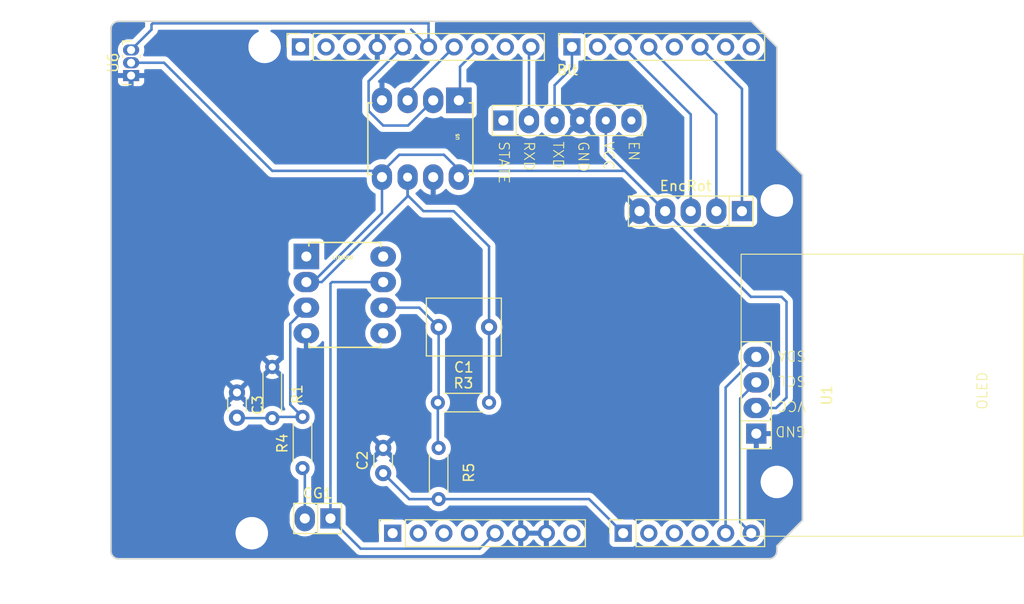
<source format=kicad_pcb>
(kicad_pcb (version 20241229) (generator "pcbnew") (generator_version "9.0")
  (title_block (date "mar. 31 mars 2015"))
  (layers (0 "F.Cu" signal) (2 "B.Cu" signal) (13 "F.Paste" user) (15 "B.Paste" user) (5 "F.SilkS" user "F.Silkscreen") (7 "B.SilkS" user "B.Silkscreen") (1 "F.Mask" user) (3 "B.Mask" user) (25 "Edge.Cuts" user))
  (net 0 "")
  (net 1 "GND")
  (net 3 "+5V")
  (net 4 "/IOREF")
  (net 5 "Sortie Capteur")
  (net 6 "/A1")
  (net 7 "/A2")
  (net 8 "/A3")
  (net 9 "/AREF")
  (net 10 "/*9")
  (net 11 "/*6")
  (net 12 "/TX{slash}1")
  (net 13 "/*3")
  (net 14 "/RX{slash}0")
  (net 15 "+3V3")
  (net 16 "VCC")
  (net 17 "/~{RESET}")
  (net 18 "TXD")
  (net 19 "SCL")
  (net 20 "RXD")
  (net 21 "SDA")
  (net 24 "CLK")
  (net 25 "DT")
  (net 26 "SW")
  (net 27 "ADC")
  (net 28 "SDI")
  (net 29 "SCK")
  (net 30 "SS")
  (net 31 "/A5")
  (net 32 "/A4")
  (net 33 "Net-(LTC1050--IN)")
  (net 34 "Net-(LTC1050-OUT)")
  (net 35 "Net-(LTC1050-+IN)")
  (net 36 "PWR")
  (footprint "Connector_PinSocket_2.54mm:PinSocket_1x08_P2.54mm_Vertical" (layer "F.Cu") (at 127.94 97.46 90)
    (property "Reference" "J1" (hide yes))
    (property "Value" "Power")
    (fp_line (start 1.33 -1.33) (end 1.33 0) (stroke (width 0.12)) (layer "F.SilkS"))
    (fp_line (start 0 -1.33) (end 1.33 -1.33) (stroke (width 0.12)) (layer "F.SilkS"))
    (fp_line (start 1.33 1.27) (end 1.33 19.11) (stroke (width 0.12)) (layer "F.SilkS"))
    (fp_line (start -1.33 1.27) (end 1.33 1.27) (stroke (width 0.12)) (layer "F.SilkS"))
    (fp_line (start -1.33 1.27) (end -1.33 19.11) (stroke (width 0.12)) (layer "F.SilkS"))
    (fp_line (start -1.33 19.11) (end 1.33 19.11) (stroke (width 0.12)) (layer "F.SilkS"))
    (pad "1" thru_hole rect (at 0 0 90) (size 1.7 1.7) (drill 1) (layers "*.Cu" "*.Mask"))
    (pad "2" thru_hole oval (at 0 2.54 90) (size 1.7 1.7) (drill 1) (layers "*.Cu" "*.Mask") (net 4 "/IOREF"))
    (pad "3" thru_hole oval (at 0 5.08 90) (size 1.7 1.7) (drill 1) (layers "*.Cu" "*.Mask") (net 17 "/~{RESET}"))
    (pad "4" thru_hole oval (at 0 7.62 90) (size 1.7 1.7) (drill 1) (layers "*.Cu" "*.Mask") (net 15 "+3V3"))
    (pad "5" thru_hole oval (at 0 10.16 90) (size 1.7 1.7) (drill 1) (layers "*.Cu" "*.Mask") (net 3 "+5V"))
    (pad "6" thru_hole oval (at 0 12.7 90) (size 1.7 1.7) (drill 1) (layers "*.Cu" "*.Mask") (net 1 "GND"))
    (pad "7" thru_hole oval (at 0 15.24 90) (size 1.7 1.7) (drill 1) (layers "*.Cu" "*.Mask") (net 1 "GND"))
    (pad "8" thru_hole oval (at 0 17.78 90) (size 1.7 1.7) (drill 1) (layers "*.Cu" "*.Mask") (net 16 "VCC"))
  )
  (footprint "Connector_PinSocket_2.54mm:PinSocket_1x06_P2.54mm_Vertical" (layer "F.Cu") (at 150.8 97.46 90)
    (property "Reference" "J3" (hide yes))
    (property "Value" "Analog")
    (fp_line (start 1.33 -1.33) (end 1.33 0) (stroke (width 0.12)) (layer "F.SilkS"))
    (fp_line (start 0 -1.33) (end 1.33 -1.33) (stroke (width 0.12)) (layer "F.SilkS"))
    (fp_line (start 1.33 1.27) (end 1.33 14.03) (stroke (width 0.12)) (layer "F.SilkS"))
    (fp_line (start -1.33 1.27) (end 1.33 1.27) (stroke (width 0.12)) (layer "F.SilkS"))
    (fp_line (start -1.33 1.27) (end -1.33 14.03) (stroke (width 0.12)) (layer "F.SilkS"))
    (fp_line (start -1.33 14.03) (end 1.33 14.03) (stroke (width 0.12)) (layer "F.SilkS"))
    (pad "1" thru_hole rect (at 0 0 90) (size 1.7 1.7) (drill 1) (layers "*.Cu" "*.Mask") (net 27 "ADC"))
    (pad "2" thru_hole oval (at 0 2.54 90) (size 1.7 1.7) (drill 1) (layers "*.Cu" "*.Mask") (net 6 "/A1"))
    (pad "3" thru_hole oval (at 0 5.08 90) (size 1.7 1.7) (drill 1) (layers "*.Cu" "*.Mask") (net 7 "/A2"))
    (pad "4" thru_hole oval (at 0 7.62 90) (size 1.7 1.7) (drill 1) (layers "*.Cu" "*.Mask") (net 8 "/A3"))
    (pad "5" thru_hole oval (at 0 10.16 90) (size 1.7 1.7) (drill 1) (layers "*.Cu" "*.Mask") (net 21 "SDA"))
    (pad "6" thru_hole oval (at 0 12.7 90) (size 1.7 1.7) (drill 1) (layers "*.Cu" "*.Mask") (net 19 "SCL"))
  )
  (footprint "Connector_PinSocket_2.54mm:PinSocket_1x10_P2.54mm_Vertical" (layer "F.Cu") (at 118.796 49.2 90)
    (property "Reference" "J2" (hide yes))
    (property "Value" "Digital/PWM")
    (fp_line (start 1.33 -1.33) (end 1.33 0) (stroke (width 0.12)) (layer "F.SilkS"))
    (fp_line (start 0 -1.33) (end 1.33 -1.33) (stroke (width 0.12)) (layer "F.SilkS"))
    (fp_line (start 1.33 1.27) (end 1.33 24.19) (stroke (width 0.12)) (layer "F.SilkS"))
    (fp_line (start -1.33 1.27) (end 1.33 1.27) (stroke (width 0.12)) (layer "F.SilkS"))
    (fp_line (start -1.33 1.27) (end -1.33 24.19) (stroke (width 0.12)) (layer "F.SilkS"))
    (fp_line (start -1.33 24.19) (end 1.33 24.19) (stroke (width 0.12)) (layer "F.SilkS"))
    (pad "1" thru_hole rect (at 0 0 90) (size 1.7 1.7) (drill 1) (layers "*.Cu" "*.Mask") (net 31 "/A5"))
    (pad "2" thru_hole oval (at 0 2.54 90) (size 1.7 1.7) (drill 1) (layers "*.Cu" "*.Mask") (net 32 "/A4"))
    (pad "3" thru_hole oval (at 0 5.08 90) (size 1.7 1.7) (drill 1) (layers "*.Cu" "*.Mask") (net 9 "/AREF"))
    (pad "4" thru_hole oval (at 0 7.62 90) (size 1.7 1.7) (drill 1) (layers "*.Cu" "*.Mask") (net 1 "GND"))
    (pad "5" thru_hole oval (at 0 10.16 90) (size 1.7 1.7) (drill 1) (layers "*.Cu" "*.Mask") (net 29 "SCK"))
    (pad "6" thru_hole oval (at 0 12.7 90) (size 1.7 1.7) (drill 1) (layers "*.Cu" "*.Mask") (net 36 "PWR"))
    (pad "7" thru_hole oval (at 0 15.24 90) (size 1.7 1.7) (drill 1) (layers "*.Cu" "*.Mask") (net 28 "SDI"))
    (pad "8" thru_hole oval (at 0 17.78 90) (size 1.7 1.7) (drill 1) (layers "*.Cu" "*.Mask") (net 30 "SS"))
    (pad "9" thru_hole oval (at 0 20.32 90) (size 1.7 1.7) (drill 1) (layers "*.Cu" "*.Mask") (net 10 "/*9"))
    (pad "10" thru_hole oval (at 0 22.86 90) (size 1.7 1.7) (drill 1) (layers "*.Cu" "*.Mask") (net 20 "RXD"))
  )
  (footprint "Connector_PinSocket_2.54mm:PinSocket_1x08_P2.54mm_Vertical" (layer "F.Cu") (at 145.72 49.2 90)
    (property "Reference" "J4" (hide yes))
    (property "Value" "Digital/PWM")
    (fp_line (start 1.33 -1.33) (end 1.33 0) (stroke (width 0.12)) (layer "F.SilkS"))
    (fp_line (start 0 -1.33) (end 1.33 -1.33) (stroke (width 0.12)) (layer "F.SilkS"))
    (fp_line (start 1.33 1.27) (end 1.33 19.11) (stroke (width 0.12)) (layer "F.SilkS"))
    (fp_line (start -1.33 1.27) (end 1.33 1.27) (stroke (width 0.12)) (layer "F.SilkS"))
    (fp_line (start -1.33 1.27) (end -1.33 19.11) (stroke (width 0.12)) (layer "F.SilkS"))
    (fp_line (start -1.33 19.11) (end 1.33 19.11) (stroke (width 0.12)) (layer "F.SilkS"))
    (pad "1" thru_hole rect (at 0 0 90) (size 1.7 1.7) (drill 1) (layers "*.Cu" "*.Mask") (net 18 "TXD"))
    (pad "2" thru_hole oval (at 0 2.54 90) (size 1.7 1.7) (drill 1) (layers "*.Cu" "*.Mask") (net 11 "/*6"))
    (pad "3" thru_hole oval (at 0 5.08 90) (size 1.7 1.7) (drill 1) (layers "*.Cu" "*.Mask") (net 26 "SW"))
    (pad "4" thru_hole oval (at 0 7.62 90) (size 1.7 1.7) (drill 1) (layers "*.Cu" "*.Mask") (net 25 "DT"))
    (pad "5" thru_hole oval (at 0 10.16 90) (size 1.7 1.7) (drill 1) (layers "*.Cu" "*.Mask") (net 13 "/*3"))
    (pad "6" thru_hole oval (at 0 12.7 90) (size 1.7 1.7) (drill 1) (layers "*.Cu" "*.Mask") (net 24 "CLK"))
    (pad "7" thru_hole oval (at 0 15.24 90) (size 1.7 1.7) (drill 1) (layers "*.Cu" "*.Mask") (net 12 "/TX{slash}1"))
    (pad "8" thru_hole oval (at 0 17.78 90) (size 1.7 1.7) (drill 1) (layers "*.Cu" "*.Mask") (net 14 "/RX{slash}0"))
  )
  (footprint "My_footprints_Librairy:MCP4110" (layer "F.Cu") (at 126.88 62.12 -90)
    (property "Reference" "U5" (at -4 -7.5 90) (layer "F.SilkS") (effects (font (size 0.314961 0.314961) (thickness 0.07874))))
    (property "Value" "MCP41100")
    (fp_line (start -7.366 1.397) (end -0.254 1.397) (stroke (width 0.1524)) (layer "F.SilkS"))
    (fp_line (start -0.254 1.397) (end -0.254 0.9906) (stroke (width 0.1524)) (layer "F.SilkS"))
    (fp_line (start -7.366 0.9906) (end -7.366 1.397) (stroke (width 0.1524)) (layer "F.SilkS"))
    (fp_line (start -0.254 -8.6106) (end -0.254 -9.017) (stroke (width 0.1524)) (layer "F.SilkS"))
    (fp_line (start -7.366 -9.017) (end -7.366 -8.6614) (stroke (width 0.1524)) (layer "F.SilkS"))
    (fp_line (start -0.254 -9.017) (end -7.366 -9.017) (stroke (width 0.1524)) (layer "F.SilkS"))
    (pad "1" thru_hole rect (at -7.62 -7.62 270) (size 2.54 2.54) (drill 1) (layers "*.Cu" "*.Mask") (net 30 "SS"))
    (pad "2" thru_hole oval (at -7.62 -5.08 270) (size 2.54 2) (drill 1) (layers "*.Cu" "*.Mask") (net 29 "SCK"))
    (pad "3" thru_hole oval (at -7.62 -2.54 270) (size 2.54 2) (drill 1) (layers "*.Cu" "*.Mask") (net 28 "SDI"))
    (pad "4" thru_hole oval (at -7.62 0 270) (size 2.54 2) (drill 1) (layers "*.Cu" "*.Mask") (net 1 "GND"))
    (pad "5" thru_hole oval (at 0 0 270) (size 2.54 2) (drill 1) (layers "*.Cu" "*.Mask") (net 33 "Net-(LTC1050--IN)"))
    (pad "6" thru_hole oval (at 0 -2.54 270) (size 2.54 2) (drill 0.889) (layers "*.Cu" "*.Mask") (net 33 "Net-(LTC1050--IN)"))
    (pad "7" thru_hole oval (at 0 -5.08 270) (size 2.54 2) (drill 1) (layers "*.Cu" "*.Mask") (net 1 "GND"))
    (pad "8" thru_hole oval (at 0 -7.62 270) (size 2.54 2) (drill 1) (layers "*.Cu" "*.Mask") (net 3 "+5V"))
  )
  (footprint "emprente:ENCODEUR ROTATION" (layer "F.Cu") (at 157.5 65.5 180)
    (property "Reference" "EncRot" (at 0.5 2.5 0) (layer "F.SilkS"))
    (property "Value" "~")
    (fp_line (start 6.18 1.5) (end -6.18 1.5) (stroke (width 0.12)) (layer "F.SilkS"))
    (fp_line (start 6.18 -1.5) (end 6.18 1.5) (stroke (width 0.12)) (layer "F.SilkS"))
    (fp_line (start -3.81 -1.5) (end -3.81 1.5) (stroke (width 0.12)) (layer "F.SilkS"))
    (fp_line (start -6.18 1.5) (end -6.18 -1.5) (stroke (width 0.12)) (layer "F.SilkS"))
    (fp_line (start -6.18 -1.5) (end 6.18 -1.5) (stroke (width 0.12)) (layer "F.SilkS"))
    (pad "1" thru_hole rect (at -5.08 0 180) (size 2 2) (drill 1) (layers "*.Cu" "*.Mask") (net 24 "CLK"))
    (pad "2" thru_hole oval (at -2.54 0 180) (size 2 2.54) (drill 1) (layers "*.Cu" "*.Mask") (net 25 "DT"))
    (pad "3" thru_hole oval (at 0 0 180) (size 2 2.54) (drill 1) (layers "*.Cu" "*.Mask") (net 26 "SW"))
    (pad "4" thru_hole oval (at 2.54 0 180) (size 2 2.54) (drill 1) (layers "*.Cu" "*.Mask") (net 3 "+5V"))
    (pad "5" thru_hole oval (at 5.08 0 180) (size 2 2.54) (drill 1) (layers "*.Cu" "*.Mask") (net 1 "GND"))
  )
  (footprint "My_footprints_Librairy:SIP-2" (layer "F.Cu") (at 120.5 96 180)
    (property "Reference" "CG1" (at 0 2.5 0) (layer "F.SilkS"))
    (property "Value" "~")
    (fp_line (start 2.37 1.5) (end -2.37 1.5) (stroke (width 0.12)) (layer "F.SilkS"))
    (fp_line (start 2.37 -1.5) (end 2.37 1.5) (stroke (width 0.12)) (layer "F.SilkS"))
    (fp_line (start 0 -1.5) (end 0 1.5) (stroke (width 0.12)) (layer "F.SilkS"))
    (fp_line (start -2.37 1.5) (end -2.37 -1.5) (stroke (width 0.12)) (layer "F.SilkS"))
    (fp_line (start -2.37 -1.5) (end 2.37 -1.5) (stroke (width 0.12)) (layer "F.SilkS"))
    (pad "1" thru_hole rect (at -1.27 0 180) (size 2 2) (drill 1) (layers "*.Cu" "*.Mask") (net 3 "+5V"))
    (pad "2" thru_hole oval (at 1.27 0 180) (size 2 2.54) (drill 1) (layers "*.Cu" "*.Mask") (net 5 "Sortie Capteur"))
  )
  (footprint "Capacitor_THT:C_Rect_L7.2mm_W5.5mm_P5.00mm_FKS2_FKP2_MKS2_MKP2" (layer "F.Cu") (at 137.5 77 180)
    (property "Reference" "C1" (at 2.5 -4 0) (layer "F.SilkS"))
    (property "Value" "1u")
    (fp_line (start 6.22 -2.87) (end 6.22 2.87) (stroke (width 0.12)) (layer "F.SilkS"))
    (fp_line (start -1.22 2.87) (end 6.22 2.87) (stroke (width 0.12)) (layer "F.SilkS"))
    (fp_line (start -1.22 -2.87) (end 6.22 -2.87) (stroke (width 0.12)) (layer "F.SilkS"))
    (fp_line (start -1.22 -2.87) (end -1.22 2.87) (stroke (width 0.12)) (layer "F.SilkS"))
    (pad "1" thru_hole circle (at 0 0 180) (size 1.6 1.6) (drill 0.8) (layers "*.Cu" "*.Mask") (net 33 "Net-(LTC1050--IN)"))
    (pad "2" thru_hole circle (at 5 0 180) (size 1.6 1.6) (drill 0.8) (layers "*.Cu" "*.Mask") (net 34 "Net-(LTC1050-OUT)"))
  )
  (footprint "Arduino_MountingHole:MountingHole_3.2mm" (layer "F.Cu") (at 115.24 49.2)
    (property "Reference" "MH1" (hide yes))
    (property "Value" "MountingHole_3.2mm" (hide yes))
    (pad "" np_thru_hole circle (at 0 0) (size 3.2 3.2) (drill 3.2) (layers "*.Cu" "*.Mask"))
  )
  (footprint "Resistor_THT:R_Axial_DIN0204_L3.6mm_D1.6mm_P5.08mm_Horizontal" (layer "F.Cu") (at 116 80.96 -90)
    (property "Reference" "R1" (at 2.705 -2.48 90) (layer "F.SilkS"))
    (property "Value" "100k")
    (fp_line (start 0.62 0.92) (end 4.46 0.92) (stroke (width 0.12)) (layer "F.SilkS"))
    (fp_line (start 0.62 -0.92) (end 4.46 -0.92) (stroke (width 0.12)) (layer "F.SilkS"))
    (pad "1" thru_hole circle (at 0 0 270) (size 1.4 1.4) (drill 0.7) (layers "*.Cu" "*.Mask") (net 1 "GND"))
    (pad "2" thru_hole oval (at 5.08 0 270) (size 1.4 1.4) (drill 0.7) (layers "*.Cu" "*.Mask") (net 35 "Net-(LTC1050-+IN)"))
  )
  (footprint "Capacitor_THT:C_Disc_D3.0mm_W1.6mm_P2.50mm" (layer "F.Cu") (at 112.5 83.5 -90)
    (property "Reference" "C3" (at 1.25 -2.05 90) (layer "F.SilkS"))
    (property "Value" "100n")
    (fp_line (start 0.621 0.92) (end 1.879 0.92) (stroke (width 0.12)) (layer "F.SilkS"))
    (fp_line (start 0.621 -0.92) (end 1.879 -0.92) (stroke (width 0.12)) (layer "F.SilkS"))
    (pad "1" thru_hole circle (at 0 0 270) (size 1.6 1.6) (drill 0.8) (layers "*.Cu" "*.Mask") (net 1 "GND"))
    (pad "2" thru_hole circle (at 2.5 0 270) (size 1.6 1.6) (drill 0.8) (layers "*.Cu" "*.Mask") (net 35 "Net-(LTC1050-+IN)"))
  )
  (footprint "Resistor_THT:R_Axial_DIN0204_L3.6mm_D1.6mm_P5.08mm_Horizontal" (layer "F.Cu") (at 119 91 90)
    (property "Reference" "R4" (at 2.46 -2 90) (layer "F.SilkS"))
    (property "Value" "10k")
    (fp_line (start 0.62 -0.92) (end 4.46 -0.92) (stroke (width 0.12)) (layer "F.SilkS"))
    (fp_line (start 0.62 0.92) (end 4.46 0.92) (stroke (width 0.12)) (layer "F.SilkS"))
    (pad "1" thru_hole circle (at 0 0 90) (size 1.4 1.4) (drill 0.7) (layers "*.Cu" "*.Mask") (net 5 "Sortie Capteur"))
    (pad "2" thru_hole oval (at 5.08 0 90) (size 1.4 1.4) (drill 0.7) (layers "*.Cu" "*.Mask") (net 35 "Net-(LTC1050-+IN)"))
  )
  (footprint "emprente:BLUETOOTH2" (layer "F.Cu") (at 145.27 56.5)
    (property "Reference" "Blt" (at 0 -5 0) (layer "F.SilkS"))
    (property "Value" "~")
    (fp_line (start -7.45 -1.5) (end 7.45 -1.5) (stroke (width 0.12)) (layer "F.SilkS"))
    (fp_line (start -7.45 1.5) (end -7.45 -1.5) (stroke (width 0.12)) (layer "F.SilkS"))
    (fp_line (start -5.08 -1.5) (end -5.08 1.5) (stroke (width 0.12)) (layer "F.SilkS"))
    (fp_line (start 7.45 -1.5) (end 7.45 1.5) (stroke (width 0.12)) (layer "F.SilkS"))
    (fp_line (start 7.45 1.5) (end -7.45 1.5) (stroke (width 0.12)) (layer "F.SilkS"))
    (fp_text user "VCC" (at 3.5 2 270) (layer "F.SilkS") (effects (font (thickness 0.1)) (justify left bottom)))
    (fp_text user "RXD" (at -4.38 2 270) (layer "F.SilkS") (effects (font (thickness 0.1)) (justify left bottom)))
    (fp_text user "STATE" (at -6.88 2 270) (layer "F.SilkS") (effects (font (thickness 0.1)) (justify left bottom)))
    (fp_text user "GND" (at 1 2 270) (layer "F.SilkS") (effects (font (thickness 0.1)) (justify left bottom)))
    (fp_text user "TXD" (at -1.5 2 270) (layer "F.SilkS") (effects (font (thickness 0.1)) (justify left bottom)))
    (fp_text user "EN" (at 6 2 270) (layer "F.SilkS") (effects (font (thickness 0.1)) (justify left bottom)))
    (pad "1" thru_hole rect (at -6.35 0) (size 2 2) (drill 1) (layers "*.Cu" "*.Mask"))
    (pad "2" thru_hole oval (at -3.81 0) (size 2 2.54) (drill 1) (layers "*.Cu" "*.Mask") (net 20 "RXD"))
    (pad "3" thru_hole oval (at -1.27 0) (size 2 2.54) (drill 0.8) (layers "*.Cu" "*.Mask") (net 18 "TXD"))
    (pad "4" thru_hole oval (at 1.27 0) (size 2 2.54) (drill 0.8) (layers "*.Cu" "*.Mask") (net 1 "GND"))
    (pad "5" thru_hole oval (at 3.81 0) (size 2 2.54) (drill 0.8) (layers "*.Cu" "*.Mask") (net 3 "+5V"))
    (pad "6" thru_hole oval (at 6.35 0) (size 2 2.4) (drill 0.8) (layers "*.Cu" "*.Mask"))
  )
  (footprint "emprente:SIP-4" (layer "F.Cu") (at 164 83.77 90)
    (property "Reference" "U1" (at 0 7 90) (layer "F.SilkS"))
    (property "Value" "~")
    (fp_line (start 5.31 -1.5) (end 5.31 1.5) (stroke (width 0.12)) (layer "F.SilkS"))
    (fp_line (start -2.54 -1.5) (end -2.54 1.5) (stroke (width 0.12)) (layer "F.SilkS"))
    (fp_line (start -5.31 -1.5) (end 5.31 -1.5) (stroke (width 0.12)) (layer "F.SilkS"))
    (fp_line (start 5.31 1.5) (end -5.31 1.5) (stroke (width 0.12)) (layer "F.SilkS"))
    (fp_line (start -5.31 1.5) (end -5.31 -1.5) (stroke (width 0.12)) (layer "F.SilkS"))
    (fp_rect (start -14 -1.5) (end 14 26.5) (stroke (width 0.1)) (fill no) (layer "F.SilkS"))
    (fp_text user "GND" (at -3 5 180) (layer "F.SilkS") (effects (font (thickness 0.1)) (justify left bottom)))
    (fp_text user "SCL" (at 2 5 180) (layer "F.SilkS") (effects (font (thickness 0.1)) (justify left bottom)))
    (fp_text user "SDA" (at 4.5 5 180) (layer "F.SilkS") (effects (font (thickness 0.1)) (justify left bottom)))
    (fp_text user "VCC" (at -0.5 5 180) (layer "F.SilkS") (effects (font (thickness 0.1)) (justify left bottom)))
    (fp_text user "OLED" (at -1.5 23 90) (layer "F.SilkS") (effects (font (thickness 0.1)) (justify left bottom)))
    (pad "1" thru_hole rect (at -3.81 0 90) (size 2 2) (drill 1) (layers "*.Cu" "*.Mask") (net 1 "GND"))
    (pad "2" thru_hole oval (at -1.27 0 90) (size 2 2.54) (drill 1) (layers "*.Cu" "*.Mask") (net 3 "+5V"))
    (pad "3" thru_hole oval (at 1.27 0 90) (size 2 2.54) (drill 1) (layers "*.Cu" "*.Mask") (net 19 "SCL"))
    (pad "4" thru_hole oval (at 3.81 0 90) (size 2 2.54) (drill 1) (layers "*.Cu" "*.Mask") (net 21 "SDA"))
  )
  (footprint "LTC1050ACN8_PBF:PDIP-8_N" (layer "F.Cu") (at 127 77.62)
    (property "Reference" "LTC1050" (at -4 -7.5 0) (layer "F.SilkS") (effects (font (size 0.314961 0.314961) (thickness 0.07874))))
    (property "Value" "LTC1050ACN8_PBF")
    (fp_line (start -7.366 -9.017) (end -7.366 -8.6614) (stroke (width 0.1524)) (layer "F.SilkS"))
    (fp_line (start -7.366 0.9906) (end -7.366 1.397) (stroke (width 0.1524)) (layer "F.SilkS"))
    (fp_line (start -7.366 1.397) (end -0.254 1.397) (stroke (width 0.1524)) (layer "F.SilkS"))
    (fp_line (start -0.254 -9.017) (end -7.366 -9.017) (stroke (width 0.1524)) (layer "F.SilkS"))
    (fp_line (start -0.254 -8.6106) (end -0.254 -9.017) (stroke (width 0.1524)) (layer "F.SilkS"))
    (fp_line (start -0.254 1.397) (end -0.254 0.9906) (stroke (width 0.1524)) (layer "F.SilkS"))
    (pad "1" thru_hole rect (at -7.62 -7.62) (size 2.54 2.54) (drill 1) (layers "*.Cu" "*.Mask"))
    (pad "2" thru_hole oval (at -7.62 -5.08) (size 2.54 2) (drill 1) (layers "*.Cu" "*.Mask") (net 33 "Net-(LTC1050--IN)"))
    (pad "3" thru_hole oval (at -7.62 -2.54) (size 2.54 2) (drill 1) (layers "*.Cu" "*.Mask") (net 35 "Net-(LTC1050-+IN)"))
    (pad "4" thru_hole oval (at -7.62 0) (size 2.54 2) (drill 1) (layers "*.Cu" "*.Mask") (net 1 "GND"))
    (pad "5" thru_hole oval (at 0 0) (size 2.54 2) (drill 1) (layers "*.Cu" "*.Mask"))
    (pad "6" thru_hole oval (at 0 -2.54) (size 2.54 2) (drill 0.889) (layers "*.Cu" "*.Mask") (net 34 "Net-(LTC1050-OUT)"))
    (pad "7" thru_hole oval (at 0 -5.08) (size 2.54 2) (drill 1) (layers "*.Cu" "*.Mask") (net 3 "+5V"))
    (pad "8" thru_hole oval (at 0 -7.62) (size 2.54 2) (drill 1) (layers "*.Cu" "*.Mask"))
  )
  (footprint "Arduino_MountingHole:MountingHole_3.2mm" (layer "F.Cu") (at 113.97 97.46)
    (property "Reference" "MH2" (hide yes))
    (property "Value" "MountingHole_3.2mm" (hide yes))
    (pad "" np_thru_hole circle (at 0 0) (size 3.2 3.2) (drill 3.2) (layers "*.Cu" "*.Mask"))
  )
  (footprint "Arduino_MountingHole:MountingHole_3.2mm" (layer "F.Cu") (at 166.04 64.44)
    (property "Reference" "MH3" (hide yes))
    (property "Value" "MountingHole_3.2mm" (hide yes))
    (pad "" np_thru_hole circle (at 0 0) (size 3.2 3.2) (drill 3.2) (layers "*.Cu" "*.Mask"))
  )
  (footprint "Arduino_MountingHole:MountingHole_3.2mm" (layer "F.Cu") (at 166.04 92.38)
    (property "Reference" "MH4" (hide yes))
    (property "Value" "MountingHole_3.2mm" (hide yes))
    (pad "" np_thru_hole circle (at 0 0) (size 3.2 3.2) (drill 3.2) (layers "*.Cu" "*.Mask"))
  )
  (footprint "Resistor_THT:R_Axial_DIN0204_L3.6mm_D1.6mm_P5.08mm_Horizontal" (layer "F.Cu") (at 132.42 84.5)
    (property "Reference" "R3" (at 2.54 -1.92 0) (layer "F.SilkS"))
    (property "Value" "100k")
    (fp_line (start 0.62 -0.92) (end 4.46 -0.92) (stroke (width 0.12)) (layer "F.SilkS"))
    (fp_line (start 0.62 0.92) (end 4.46 0.92) (stroke (width 0.12)) (layer "F.SilkS"))
    (pad "1" thru_hole circle (at 0 0) (size 1.4 1.4) (drill 0.7) (layers "*.Cu" "*.Mask") (net 34 "Net-(LTC1050-OUT)"))
    (pad "2" thru_hole oval (at 5.08 0) (size 1.4 1.4) (drill 0.7) (layers "*.Cu" "*.Mask") (net 33 "Net-(LTC1050--IN)"))
  )
  (footprint "Sensor_Current:Allegro_SIP-3" (layer "F.Cu") (at 102 52.04 90)
    (property "Reference" "U6" (at 1.27 -1.8 90) (layer "F.SilkS"))
    (property "Value" "~")
    (fp_line (start 3.435 -0.85) (end 3.07 -0.85) (stroke (width 0.12)) (layer "F.SilkS"))
    (fp_line (start 3.435 -0.85) (end 3.435 0) (stroke (width 0.12)) (layer "F.SilkS"))
    (fp_line (start 2.01 -0.85) (end 1.8 -0.85) (stroke (width 0.12)) (layer "F.SilkS"))
    (fp_line (start -0.895 0) (end -0.895 -0.85) (stroke (width 0.12)) (layer "F.SilkS"))
    (fp_line (start 2.01 0.91) (end 1.8 0.91) (stroke (width 0.12)) (layer "F.SilkS"))
    (pad "1" thru_hole rect (at 0 0 90) (size 1.1 1.6) (drill 0.8) (layers "*.Cu" "*.Mask") (net 1 "GND"))
    (pad "2" thru_hole oval (at 1.27 0 90) (size 1.1 1.6) (drill 0.8) (layers "*.Cu" "*.Mask") (net 3 "+5V"))
    (pad "3" thru_hole oval (at 2.54 0 90) (size 1.1 1.6) (drill 0.8) (layers "*.Cu" "*.Mask") (net 36 "PWR"))
  )
  (footprint "Capacitor_THT:C_Disc_D3.0mm_W1.6mm_P2.50mm" (layer "F.Cu") (at 127 91.5 90)
    (property "Reference" "C2" (at 1.25 -2.05 90) (layer "F.SilkS"))
    (property "Value" "100n" (hide yes))
    (fp_line (start 0.621 -0.92) (end 1.879 -0.92) (stroke (width 0.12)) (layer "F.SilkS"))
    (fp_line (start 0.621 0.92) (end 1.879 0.92) (stroke (width 0.12)) (layer "F.SilkS"))
    (pad "1" thru_hole circle (at 0 0 90) (size 1.6 1.6) (drill 0.8) (layers "*.Cu" "*.Mask") (net 27 "ADC"))
    (pad "2" thru_hole circle (at 2.5 0 90) (size 1.6 1.6) (drill 0.8) (layers "*.Cu" "*.Mask") (net 1 "GND"))
  )
  (footprint "Resistor_THT:R_Axial_DIN0204_L3.6mm_D1.6mm_P5.08mm_Horizontal" (layer "F.Cu") (at 132.5 89 -90)
    (property "Reference" "R5" (at 2.46 -3 90) (layer "F.SilkS"))
    (property "Value" "1k")
    (fp_line (start 0.62 0.92) (end 4.46 0.92) (stroke (width 0.12)) (layer "F.SilkS"))
    (fp_line (start 0.62 -0.92) (end 4.46 -0.92) (stroke (width 0.12)) (layer "F.SilkS"))
    (pad "1" thru_hole circle (at 0 0 270) (size 1.4 1.4) (drill 0.7) (layers "*.Cu" "*.Mask") (net 34 "Net-(LTC1050-OUT)"))
    (pad "2" thru_hole oval (at 5.08 0 270) (size 1.4 1.4) (drill 0.7) (layers "*.Cu" "*.Mask") (net 27 "ADC"))
  )
  (gr_line (start 166.04 59.36) (end 168.58 61.9) (stroke (width 0.15)) (layer "Edge.Cuts"))
  (gr_line (start 100 99.238) (end 100 47.184) (stroke (width 0.15)) (layer "Edge.Cuts"))
  (gr_line (start 168.58 61.9) (end 168.58 96.19) (stroke (width 0.15)) (layer "Edge.Cuts"))
  (gr_line (start 165.278 100) (end 100.762 100) (stroke (width 0.15)) (layer "Edge.Cuts"))
  (gr_line (start 100.762 46.66) (end 163.5 46.66) (stroke (width 0.15)) (layer "Edge.Cuts"))
  (gr_arc (start 100.762 100) (mid 100.223185 99.776815) (end 100 99.238) (stroke (width 0.15)) (layer "Edge.Cuts"))
  (gr_line (start 168.58 96.19) (end 166.04 98.73) (stroke (width 0.15)) (layer "Edge.Cuts"))
  (gr_line (start 163.5 46.66) (end 166.04 49.2) (stroke (width 0.15)) (layer "Edge.Cuts"))
  (gr_arc (start 166.04 99.238) (mid 165.816815 99.776815) (end 165.278 100) (stroke (width 0.15)) (layer "Edge.Cuts"))
  (gr_line (start 166.04 49.2) (end 166.04 59.36) (stroke (width 0.15)) (layer "Edge.Cuts"))
  (gr_line (start 166.04 98.73) (end 166.04 99.238) (stroke (width 0.15)) (layer "Edge.Cuts"))
  (gr_arc (start 100 47.422) (mid 100.223185 46.883185) (end 100.762 46.66) (stroke (width 0.15)) (layer "Edge.Cuts"))
  (segment (start 127 49.784) (end 126.416 49.2) (width 0.25) (layer "B.Cu") (net 1))
  (segment (start 103.08 80.42) (end 103 80.5) (width 0.25) (layer "B.Cu") (net 1))
  (segment (start 121.77 96) (end 124.77 99) (width 0.25) (layer "B.Cu") (net 3))
  (segment (start 128.596 59.904) (end 133.024 59.904) (width 0.25) (layer "B.Cu") (net 3))
  (segment (start 124.77 99) (end 136.56 99) (width 0.25) (layer "B.Cu") (net 3))
  (segment (start 149.08 56.5) (end 149.08 59.62) (width 0.25) (layer "B.Cu") (net 3))
  (segment (start 121.77 96) (end 121.77 72.69219) (width 0.25) (layer "B.Cu") (net 3))
  (segment (start 127 61.5) (end 128.596 59.904) (width 0.25) (layer "B.Cu") (net 3))
  (segment (start 165.96 85.04) (end 167 84) (width 0.25) (layer "B.Cu") (net 3))
  (segment (start 102 50.77) (end 105.27 50.77) (width 0.25) (layer "B.Cu") (net 3))
  (segment (start 154.96 65.5) (end 150.96 61.5) (width 0.25) (layer "B.Cu") (net 3))
  (segment (start 167 84) (end 167 74.5) (width 0.25) (layer "B.Cu") (net 3))
  (segment (start 116 61.5) (end 127 61.5) (width 0.25) (layer "B.Cu") (net 3))
  (segment (start 167 74.5) (end 166.5 74) (width 0.25) (layer "B.Cu") (net 3))
  (segment (start 163.46 74) (end 154.96 65.5) (width 0.25) (layer "B.Cu") (net 3))
  (segment (start 150.96 61.5) (end 134.62 61.5) (width 0.25) (layer "B.Cu") (net 3))
  (segment (start 149.08 59.62) (end 154.96 65.5) (width 0.25) (layer "B.Cu") (net 3))
  (segment (start 133.024 59.904) (end 134.62 61.5) (width 0.25) (layer "B.Cu") (net 3))
  (segment (start 166.5 74) (end 163.46 74) (width 0.25) (layer "B.Cu") (net 3))
  (segment (start 138.5 97.86) (end 138.1 97.46) (width 0.25) (layer "B.Cu") (net 3))
  (segment (start 121.77 72.69219) (end 121.92219 72.54) (width 0.25) (layer "B.Cu") (net 3))
  (segment (start 164 85.04) (end 165.96 85.04) (width 0.25) (layer "B.Cu") (net 3))
  (segment (start 105.27 50.77) (end 116 61.5) (width 0.25) (layer "B.Cu") (net 3))
  (segment (start 121.92219 72.54) (end 127 72.54) (width 0.25) (layer "B.Cu") (net 3))
  (segment (start 136.56 99) (end 138.1 97.46) (width 0.25) (layer "B.Cu") (net 3))
  (segment (start 119.23 96) (end 119.23 91.23) (width 0.25) (layer "B.Cu") (net 5))
  (segment (start 119.23 91.23) (end 119 91) (width 0.25) (layer "B.Cu") (net 5))
  (segment (start 144 53) (end 145.72 51.28) (width 0.25) (layer "B.Cu") (net 18))
  (segment (start 145.72 51.28) (end 145.72 49.2) (width 0.25) (layer "B.Cu") (net 18))
  (segment (start 144 56.5) (end 144 53) (width 0.25) (layer "B.Cu") (net 18))
  (segment (start 162.404 96.364) (end 163.5 97.46) (width 0.25) (layer "B.Cu") (net 19))
  (segment (start 162.404 84.096) (end 162.404 96.364) (width 0.25) (layer "B.Cu") (net 19))
  (segment (start 164 82.5) (end 162.404 84.096) (width 0.25) (layer "B.Cu") (net 19))
  (segment (start 141.46 49.396) (end 141.656 49.2) (width 0.25) (layer "B.Cu") (net 20))
  (segment (start 141.46 56.5) (end 141.46 49.396) (width 0.25) (layer "B.Cu") (net 20))
  (segment (start 160.96 83) (end 160.96 97.46) (width 0.25) (layer "B.Cu") (net 21))
  (segment (start 164 79.96) (end 160.96 83) (width 0.25) (layer "B.Cu") (net 21))
  (segment (start 162.58 53.36) (end 158.42 49.2) (width 0.25) (layer "B.Cu") (net 24))
  (segment (start 162.58 65.5) (end 162.58 53.36) (width 0.25) (layer "B.Cu") (net 24))
  (segment (start 160.04 55.9) (end 153.34 49.2) (width 0.25) (layer "B.Cu") (net 25))
  (segment (start 160.04 65.5) (end 160.04 55.9) (width 0.25) (layer "B.Cu") (net 25))
  (segment (start 157.5 55.9) (end 150.8 49.2) (width 0.25) (layer "B.Cu") (net 26))
  (segment (start 157.5 65.5) (end 157.5 55.9) (width 0.25) (layer "B.Cu") (net 26))
  (segment (start 127 91.5) (end 129.58 94.08) (width 0.25) (layer "B.Cu") (net 27))
  (segment (start 132.5 94.08) (end 147.42 94.08) (width 0.25) (layer "B.Cu") (net 27))
  (segment (start 147.42 94.08) (end 150.8 97.46) (width 0.25) (layer "B.Cu") (net 27))
  (segment (start 129.58 94.08) (end 132.5 94.08) (width 0.25) (layer "B.Cu") (net 27))
  (segment (start 129.42 53.816) (end 134.036 49.2) (width 0.25) (layer "B.Cu") (net 28))
  (segment (start 129.42 54.5) (end 129.42 53.816) (width 0.25) (layer "B.Cu") (net 28))
  (segment (start 125.554 55.554) (end 125.554 52.602) (width 0.25) (layer "B.Cu") (net 29))
  (segment (start 125.554 52.602) (end 128.956 49.2) (width 0.25) (layer "B.Cu") (net 29))
  (segment (start 127 57) (end 125.554 55.554) (width 0.25) (layer "B.Cu") (net 29))
  (segment (start 129.46 57) (end 127 57) (width 0.25) (layer "B.Cu") (net 29))
  (segment (start 131.96 54.5) (end 129.46 57) (width 0.25) (layer "B.Cu") (net 29))
  (segment (start 129.54 49.784) (end 128.956 49.2) (width 0.25) (layer "B.Cu") (net 29))
  (segment (start 134.62 53.88) (end 134.62 51.156) (width 0.25) (layer "B.Cu") (net 30))
  (segment (start 134.62 51.156) (end 136.576 49.2) (width 0.25) (layer "B.Cu") (net 30))
  (segment (start 121.336 49.2) (end 121.2 49.2) (width 0.25) (layer "B.Cu") (net 32))
  (segment (start 121.2 49.2) (end 121 49) (width 0.25) (layer "B.Cu") (net 32))
  (segment (start 137.5 77) (end 137.5 69) (width 0.25) (layer "B.Cu") (net 33))
  (segment (start 126.88 65.692) (end 120.032 72.54) (width 0.25) (layer "B.Cu") (net 33))
  (segment (start 137.5 69) (end 134 65.5) (width 0.25) (layer "B.Cu") (net 33))
  (segment (start 120.032 72.54) (end 119.38 72.54) (width 0.25) (layer "B.Cu") (net 33))
  (segment (start 129.42 63.92) (end 129.42 62.12) (width 0.25) (layer "B.Cu") (net 33))
  (segment (start 137.5 77) (end 137.5 84.5) (width 0.25) (layer "B.Cu") (net 33))
  (segment (start 134 65.5) (end 131 65.5) (width 0.25) (layer "B.Cu") (net 33))
  (segment (start 120.9 72.54) (end 129.42 64.02) (width 0.25) (layer "B.Cu") (net 33))
  (segment (start 129.42 64.02) (end 129.42 62.12) (width 0.25) (layer "B.Cu") (net 33))
  (segment (start 126.88 62.12) (end 126.88 65.692) (width 0.25) (layer "B.Cu") (net 33))
  (segment (start 131 65.5) (end 129.42 63.92) (width 0.25) (layer "B.Cu") (net 33))
  (segment (start 119.38 72.54) (end 120.9 72.54) (width 0.25) (layer "B.Cu") (net 33))
  (segment (start 132.46 84.42) (end 132.38 84.5) (width 0.25) (layer "B.Cu") (net 34))
  (segment (start 130.58 75.08) (end 132.5 77) (width 0.25) (layer "B.Cu") (net 34))
  (segment (start 127 75.08) (end 130.58 75.08) (width 0.25) (layer "B.Cu") (net 34))
  (segment (start 132.5 84.42) (end 132.42 84.5) (width 0.25) (layer "B.Cu") (net 34))
  (segment (start 132.42 88.92) (end 132.5 89) (width 0.25) (layer "B.Cu") (net 34))
  (segment (start 132.5 77) (end 132.5 84.42) (width 0.25) (layer "B.Cu") (net 34))
  (segment (start 132.42 84.5) (end 132.42 88.92) (width 0.25) (layer "B.Cu") (net 34))
  (segment (start 117.784 84.704) (end 117.784 76.676) (width 0.25) (layer "B.Cu") (net 35))
  (segment (start 119 85.92) (end 117.784 84.704) (width 0.25) (layer "B.Cu") (net 35))
  (segment (start 112.54 86.04) (end 112.5 86) (width 0.25) (layer "B.Cu") (net 35))
  (segment (start 116 86.04) (end 112.54 86.04) (width 0.25) (layer "B.Cu") (net 35))
  (segment (start 119 85.92) (end 116.12 85.92) (width 0.25) (layer "B.Cu") (net 35))
  (segment (start 117.784 76.676) (end 119.38 75.08) (width 0.25) (layer "B.Cu") (net 35))
  (segment (start 116.12 85.92) (end 116 86.04) (width 0.25) (layer "B.Cu") (net 35))
  (segment (start 104.026 47.474) (end 104.026 46.974) (width 0.25) (layer "B.Cu") (net 36))
  (segment (start 131.496 47.504) (end 131.496 49.2) (width 0.25) (layer "B.Cu") (net 36))
  (segment (start 102 49.5) (end 104.026 47.474) (width 0.25) (layer "B.Cu") (net 36))
  (segment (start 104.026 46.974) (end 104.139 46.861) (width 0.25) (layer "B.Cu") (net 36))
  (segment (start 104.139 46.861) (end 131.5 46.861) (width 0.25) (layer "B.Cu") (net 36))
  (segment (start 131.5 46.861) (end 131.5 47.5) (width 0.25) (layer "B.Cu") (net 36))
  (segment (start 131.5 47.5) (end 131.496 47.504) (width 0.25) (layer "B.Cu") (net 36))
  (segment (start 129.77 47.474) (end 131.496 49.2) (width 0.25) (layer "B.Cu") (net 36))
  (zone (net 1) (net_name "GND") (layer "B.Cu") (connect_pads (clearance 0.508)) (min_thickness 0.25) (fill yes (thermal_gap 0.5) (thermal_bridge_width 0.5))
    (polygon (pts (xy 89.5 45) (xy 89 104.5) (xy 175.5 104) (xy 176 45)))
  )
)
</source>
